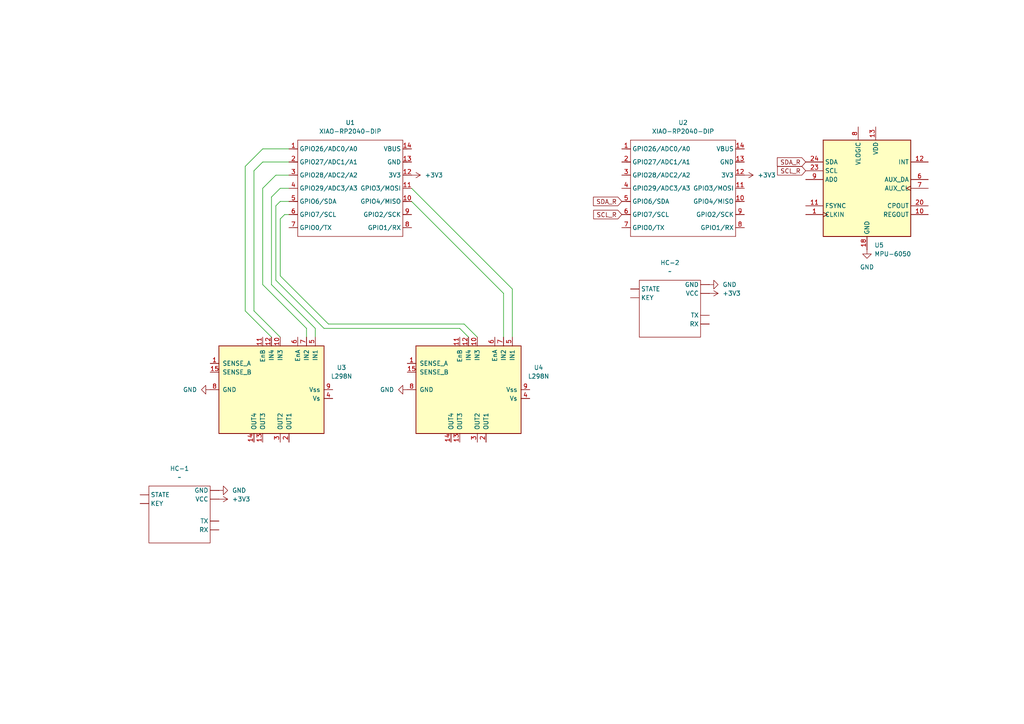
<source format=kicad_sch>
(kicad_sch (version 20250114) (generator "eeschema") (generator_version "9.0")
  (paper "A4")
  (lib_symbols
    (symbol "Driver_Motor:L298N" (pin_names (offset 1.016))
      (property "Reference" "U" (at -10.16 16.51 0))
      (property "Value" "L298N" (at 12.7 16.51 0))
      (symbol "L298N_0_1"
        (rectangle (start -12.7 15.24) (end 12.7 -15.24) (stroke (width 0.254)) (fill (type background)))
      )
      (symbol "L298N_1_1"
        (pin input line (at -15.24 12.7 0) (length 2.54) (name "IN1") (number "5"))
        (pin input line (at -15.24 10.16 0) (length 2.54) (name "IN2") (number "7"))
        (pin input line (at -15.24 7.62 0) (length 2.54) (name "EnA") (number "6"))
        (pin input line (at -15.24 2.54 0) (length 2.54) (name "IN3") (number "10"))
        (pin input line (at -15.24 0 0) (length 2.54) (name "IN4") (number "12"))
        (pin input line (at -15.24 -2.54 0) (length 2.54) (name "EnB") (number "11"))
        (pin power_in line (at -7.62 -17.78 90) (length 2.54) (name "SENSE_A") (number "1"))
        (pin power_in line (at -5.08 -17.78 90) (length 2.54) (name "SENSE_B") (number "15"))
        (pin power_in line (at 0 17.78 270) (length 2.54) (name "Vss") (number "9"))
        (pin power_in line (at 0 -17.78 90) (length 2.54) (name "GND") (number "8"))
        (pin power_in line (at 2.54 17.78 270) (length 2.54) (name "Vs") (number "4"))
        (pin output line (at 15.24 5.08 180) (length 2.54) (name "OUT1") (number "2"))
        (pin output line (at 15.24 2.54 180) (length 2.54) (name "OUT2") (number "3"))
        (pin output line (at 15.24 -2.54 180) (length 2.54) (name "OUT3") (number "13"))
        (pin output line (at 15.24 -5.08 180) (length 2.54) (name "OUT4") (number "14"))
      )
    )
    (symbol "HC-05BLE_1"
      (property "Reference" "HC-05" (at 0 0 0))
      (symbol "HC-05BLE_1_0_1"
        (rectangle (start -8.89 7.62) (end 8.89 -8.89))
      )
      (symbol "HC-05BLE_1_1_1"
        (pin output line (at -11.43 5.08 0) (length 2.54) (name "STATE") (number ""))
        (pin input line (at -11.43 2.54 0) (length 2.54) (name "KEY") (number ""))
        (pin input line (at 11.43 6.35 180) (length 2.54) (name "GND") (number ""))
        (pin input line (at 11.43 3.81 180) (length 2.54) (name "VCC") (number ""))
        (pin output line (at 11.43 -2.54 180) (length 2.54) (name "TX") (number ""))
        (pin input line (at 11.43 -5.08 180) (length 2.54) (name "RX") (number ""))
      )
    )
    (symbol "Sensor_Motion:MPU-6050"
      (property "Reference" "U" (at -11.43 13.97 0))
      (property "Value" "MPU-6050" (at 7.62 -15.24 0))
      (symbol "MPU-6050_0_0"
        (text "" (at 12.7 -2.54 0) (effects (font (size 1.27 1.27))))
      )
      (symbol "MPU-6050_0_1"
        (rectangle (start -12.7 13.97) (end 12.7 -13.97) (stroke (width 0.254)) (fill (type background)))
      )
      (symbol "MPU-6050_1_1"
        (pin bidirectional line (at -17.78 7.62 0) (length 5.08) (name "SDA") (number "24"))
        (pin input line (at -17.78 5.08 0) (length 5.08) (name "SCL") (number "23"))
        (pin input line (at -17.78 2.54 0) (length 5.08) (name "AD0") (number "9"))
        (pin input line (at -17.78 -5.08 0) (length 5.08) (name "FSYNC") (number "11"))
        (pin input clock (at -17.78 -7.62 0) (length 5.08) (name "CLKIN") (number "1"))
        (pin no_connect line (at -12.7 12.7 0) (length 2.54) (hide yes) (name "NC") (number "2"))
        (pin no_connect line (at -12.7 10.16 0) (length 2.54) (hide yes) (name "NC") (number "3"))
        (pin no_connect line (at -12.7 0 0) (length 2.54) (hide yes) (name "NC") (number "4"))
        (pin no_connect line (at -12.7 -2.54 0) (length 2.54) (hide yes) (name "NC") (number "5"))
        (pin no_connect line (at -12.7 -10.16 0) (length 2.54) (hide yes) (name "NC") (number "14"))
        (pin power_in line (at -2.54 17.78 270) (length 3.81) (name "VLOGIC") (number "8"))
        (pin power_in line (at 0 -17.78 90) (length 3.81) (name "GND") (number "18"))
        (pin power_in line (at 2.54 17.78 270) (length 3.81) (name "VDD") (number "13"))
        (pin no_connect line (at 12.7 12.7 180) (length 2.54) (hide yes) (name "NC") (number "15"))
        (pin no_connect line (at 12.7 10.16 180) (length 2.54) (hide yes) (name "NC") (number "16"))
        (pin no_connect line (at 12.7 5.08 180) (length 2.54) (hide yes) (name "NC") (number "17"))
        (pin no_connect line (at 12.7 -2.54 180) (length 2.54) (hide yes) (name "RESV") (number "21"))
        (pin no_connect line (at 12.7 -10.16 180) (length 2.54) (hide yes) (name "RESV") (number "19"))
        (pin no_connect line (at 12.7 -12.7 180) (length 2.54) (hide yes) (name "RESV") (number "22"))
        (pin output line (at 17.78 7.62 180) (length 5.08) (name "INT") (number "12"))
        (pin bidirectional line (at 17.78 2.54 180) (length 5.08) (name "AUX_DA") (number "6"))
        (pin output clock (at 17.78 0 180) (length 5.08) (name "AUX_CL") (number "7"))
        (pin passive line (at 17.78 -5.08 180) (length 5.08) (name "CPOUT") (number "20"))
        (pin passive line (at 17.78 -7.62 180) (length 5.08) (name "REGOUT") (number "10"))
      )
    )
    (symbol "hc05:HC-05BLE"
      (property "Reference" "HC-05" (at 0 0 0))
      (symbol "HC-05BLE_0_1"
        (rectangle (start -8.89 7.62) (end 8.89 -8.89))
      )
      (symbol "HC-05BLE_1_1"
        (pin output line (at -11.43 5.08 0) (length 2.54) (name "STATE") (number ""))
        (pin input line (at -11.43 2.54 0) (length 2.54) (name "KEY") (number ""))
        (pin input line (at 11.43 6.35 180) (length 2.54) (name "GND") (number ""))
        (pin input line (at 11.43 3.81 180) (length 2.54) (name "VCC") (number ""))
        (pin output line (at 11.43 -2.54 180) (length 2.54) (name "TX") (number ""))
        (pin input line (at 11.43 -5.08 180) (length 2.54) (name "RX") (number ""))
      )
    )
    (symbol "power:+3V3" (power) (pin_numbers (hide yes)) (pin_names (offset 0) (hide yes))
      (property "Value" "+3V3" (at 0 3.556 0))
      (symbol "+3V3_0_1"
        (polyline (pts (xy -0.762 1.27) (xy 0 2.54)))
        (polyline (pts (xy 0 2.54) (xy 0.762 1.27)))
        (polyline (pts (xy 0 0) (xy 0 2.54)))
      )
      (symbol "+3V3_1_1"
        (pin power_in line (at 0 0 90) (length 0) (name "~") (number "1"))
      )
    )
    (symbol "power:GND" (power) (pin_numbers (hide yes)) (pin_names (offset 0) (hide yes))
      (property "Value" "GND" (at 0 -3.81 0))
      (symbol "GND_0_1"
        (polyline (pts (xy 0 0) (xy 0 -1.27) (xy 1.27 -1.27) (xy 0 -2.54) (xy -1.27 -1.27) (xy 0 -1.27)))
      )
      (symbol "GND_1_1"
        (pin power_in line (at 0 0 270) (length 0) (name "~") (number "1"))
      )
    )
    (symbol "xiao:XIAO-RP2040-DIP"
      (property "Reference" "U" (at 0 0 0))
      (property "Value" "XIAO-RP2040-DIP" (at 5.334 -1.778 0))
      (symbol "XIAO-RP2040-DIP_1_0"
        (polyline (pts (xy -1.27 -2.54) (xy 29.21 -2.54)) (stroke (width 0.1524)))
        (polyline (pts (xy -1.27 -5.08) (xy -2.54 -5.08)) (stroke (width 0.1524)))
        (polyline (pts (xy -1.27 -5.08) (xy -1.27 -2.54)) (stroke (width 0.1524)))
        (polyline (pts (xy -1.27 -8.89) (xy -2.54 -8.89)) (stroke (width 0.1524)))
        (polyline (pts (xy -1.27 -8.89) (xy -1.27 -5.08)) (stroke (width 0.1524)))
        (polyline (pts (xy -1.27 -12.7) (xy -2.54 -12.7)) (stroke (width 0.1524)))
        (polyline (pts (xy -1.27 -12.7) (xy -1.27 -8.89)) (stroke (width 0.1524)))
        (polyline (pts (xy -1.27 -16.51) (xy -2.54 -16.51)) (stroke (width 0.1524)))
        (polyline (pts (xy -1.27 -16.51) (xy -1.27 -12.7)) (stroke (width 0.1524)))
        (polyline (pts (xy -1.27 -20.32) (xy -2.54 -20.32)) (stroke (width 0.1524)))
        (polyline (pts (xy -1.27 -24.13) (xy -2.54 -24.13)) (stroke (width 0.1524)))
        (polyline (pts (xy -1.27 -27.94) (xy -2.54 -27.94)) (stroke (width 0.1524)))
        (polyline (pts (xy -1.27 -30.48) (xy -1.27 -16.51)) (stroke (width 0.1524)))
        (polyline (pts (xy 29.21 -2.54) (xy 29.21 -5.08)) (stroke (width 0.1524)))
        (polyline (pts (xy 29.21 -5.08) (xy 29.21 -8.89)) (stroke (width 0.1524)))
        (polyline (pts (xy 29.21 -8.89) (xy 29.21 -12.7)) (stroke (width 0.1524)))
        (polyline (pts (xy 29.21 -12.7) (xy 29.21 -30.48)) (stroke (width 0.1524)))
        (polyline (pts (xy 29.21 -30.48) (xy -1.27 -30.48)) (stroke (width 0.1524)))
        (polyline (pts (xy 30.48 -5.08) (xy 29.21 -5.08)) (stroke (width 0.1524)))
        (polyline (pts (xy 30.48 -8.89) (xy 29.21 -8.89)) (stroke (width 0.1524)))
        (polyline (pts (xy 30.48 -12.7) (xy 29.21 -12.7)) (stroke (width 0.1524)))
        (polyline (pts (xy 30.48 -16.51) (xy 29.21 -16.51)) (stroke (width 0.1524)))
        (polyline (pts (xy 30.48 -20.32) (xy 29.21 -20.32)) (stroke (width 0.1524)))
        (polyline (pts (xy 30.48 -24.13) (xy 29.21 -24.13)) (stroke (width 0.1524)))
        (polyline (pts (xy 30.48 -27.94) (xy 29.21 -27.94)) (stroke (width 0.1524)))
        (pin passive line (at -3.81 -5.08 0) (length 2.54) (name "GPIO26/ADC0/A0") (number "1"))
        (pin passive line (at -3.81 -8.89 0) (length 2.54) (name "GPIO27/ADC1/A1") (number "2"))
        (pin passive line (at -3.81 -12.7 0) (length 2.54) (name "GPIO28/ADC2/A2") (number "3"))
        (pin passive line (at -3.81 -16.51 0) (length 2.54) (name "GPIO29/ADC3/A3") (number "4"))
        (pin passive line (at -3.81 -20.32 0) (length 2.54) (name "GPIO6/SDA") (number "5"))
        (pin passive line (at -3.81 -24.13 0) (length 2.54) (name "GPIO7/SCL") (number "6"))
        (pin passive line (at -3.81 -27.94 0) (length 2.54) (name "GPIO0/TX") (number "7"))
        (pin passive line (at 31.75 -5.08 180) (length 2.54) (name "VBUS") (number "14"))
        (pin passive line (at 31.75 -8.89 180) (length 2.54) (name "GND") (number "13"))
        (pin passive line (at 31.75 -12.7 180) (length 2.54) (name "3V3") (number "12"))
        (pin passive line (at 31.75 -16.51 180) (length 2.54) (name "GPIO3/MOSI") (number "11"))
        (pin passive line (at 31.75 -20.32 180) (length 2.54) (name "GPIO4/MISO") (number "10"))
        (pin passive line (at 31.75 -24.13 180) (length 2.54) (name "GPIO2/SCK") (number "9"))
        (pin passive line (at 31.75 -27.94 180) (length 2.54) (name "GPIO1/RX") (number "8"))
      )
    )
  )
  (wire (pts (xy 83.82 58.42) (xy 81.28 58.42)))
  (wire (pts (xy 81.28 54.61) (xy 83.82 54.61)))
  (wire (pts (xy 76.2 46.99) (xy 83.82 46.99)))
  (wire (pts (xy 78.74 57.15) (xy 81.28 54.61)))
  (wire (pts (xy 81.28 80.01) (xy 95.25 93.98)))
  (wire (pts (xy 119.38 54.61) (xy 148.59 83.82)))
  (wire (pts (xy 95.25 93.98) (xy 134.62 93.98)))
  (wire (pts (xy 71.12 90.17) (xy 78.74 97.79)))
  (wire (pts (xy 83.82 62.23) (xy 82.55 62.23)))
  (wire (pts (xy 76.2 54.61) (xy 80.01 50.8)))
  (wire (pts (xy 119.38 58.42) (xy 146.05 85.09)))
  (wire (pts (xy 93.98 95.25) (xy 133.35 95.25)))
  (wire (pts (xy 71.12 48.26) (xy 71.12 90.17)))
  (wire (pts (xy 80.01 50.8) (xy 83.82 50.8)))
  (wire (pts (xy 80.01 81.28) (xy 93.98 95.25)))
  (wire (pts (xy 91.44 97.79) (xy 91.44 95.25)))
  (wire (pts (xy 81.28 58.42) (xy 80.01 59.69)))
  (wire (pts (xy 73.66 49.53) (xy 76.2 46.99)))
  (wire (pts (xy 78.74 82.55) (xy 91.44 95.25)))
  (wire (pts (xy 83.82 43.18) (xy 76.2 43.18)))
  (wire (pts (xy 78.74 82.55) (xy 78.74 57.15)))
  (wire (pts (xy 73.66 90.17) (xy 73.66 49.53)))
  (wire (pts (xy 146.05 85.09) (xy 146.05 97.79)))
  (wire (pts (xy 133.35 95.25) (xy 135.89 97.79)))
  (wire (pts (xy 88.9 97.79) (xy 88.9 95.25)))
  (wire (pts (xy 148.59 83.82) (xy 148.59 97.79)))
  (wire (pts (xy 76.2 82.55) (xy 76.2 54.61)))
  (wire (pts (xy 80.01 59.69) (xy 80.01 81.28)))
  (wire (pts (xy 81.28 97.79) (xy 73.66 90.17)))
  (wire (pts (xy 76.2 82.55) (xy 88.9 95.25)))
  (wire (pts (xy 134.62 93.98) (xy 138.43 97.79)))
  (wire (pts (xy 81.28 63.5) (xy 81.28 80.01)))
  (wire (pts (xy 76.2 43.18) (xy 71.12 48.26)))
  (wire (pts (xy 82.55 62.23) (xy 81.28 63.5)))
  (global_label "SCL_R" (shape input) (at 180.34 62.23 180) (property "Intersheetrefs" "${INTERSHEET_REFS}" (effects (hide yes))))
  (global_label "SDA_R" (shape input) (at 180.34 58.42 180) (property "Intersheetrefs" "${INTERSHEET_REFS}" (effects (hide yes))))
  (global_label "SDA_R" (shape input) (at 233.68 46.99 180) (property "Intersheetrefs" "${INTERSHEET_REFS}" (effects (hide yes))))
  (global_label "SCL_R" (shape input) (at 233.68 49.53 180) (property "Intersheetrefs" "${INTERSHEET_REFS}" (effects (hide yes))))
  (symbol (lib_id "power:+3V3") (at 63.5 144.78 270) (unit 1)
    (property "Reference" "#PWR08" (effects (hide yes)))
    (property "Value" "+3V3" (at 67.31 144.7799 90) (effects (justify left)))
    (property "Description" "Power symbol creates a global label with name \"+3V3\"" (effects (hide yes)))
  )
  (symbol (lib_id "xiao:XIAO-RP2040-DIP") (at 184.15 38.1 0) (unit 1)
    (property "Reference" "U2" (at 198.12 35.56 0))
    (property "Value" "XIAO-RP2040-DIP" (at 198.12 38.1 0))
    (property "Footprint" "Module:MOUDLE14P-XIAO-DIP-SMD" (effects (hide yes)))
  )
  (symbol (lib_id "Driver_Motor:L298N") (at 135.89 113.03 270) (unit 1)
    (property "Reference" "U4" (at 156.21 106.6098 90))
    (property "Value" "L298N" (at 156.21 109.1498 90))
    (property "Footprint" "Package_TO_SOT_THT:TO-220-15_P2.54x2.54mm_StaggerOdd_Lead4.58mm_Vertical" (effects (hide yes)))
    (property "Datasheet" "http://www.st.com/st-web-ui/static/active/en/resource/technical/document/datasheet/CD00000240.pdf" (effects (hide yes)))
    (property "Description" "Dual full bridge motor driver, up to 46V, 4A, Multiwatt15-V" (effects (hide yes)))
  )
  (symbol (lib_id "power:GND") (at 118.11 113.03 270) (unit 1)
    (property "Reference" "#PWR04" (effects (hide yes)))
    (property "Value" "GND" (at 114.3 113.0299 90) (effects (justify right)))
    (property "Description" "Power symbol creates a global label with name \"GND\" , ground" (effects (hide yes)))
  )
  (symbol (lib_id "power:+3V3") (at 215.9 50.8 270) (unit 1)
    (property "Reference" "#PWR05" (effects (hide yes)))
    (property "Value" "+3V3" (at 219.71 50.7999 90) (effects (justify left)))
    (property "Description" "Power symbol creates a global label with name \"+3V3\"" (effects (hide yes)))
  )
  (symbol (lib_id "power:GND") (at 60.96 113.03 270) (unit 1)
    (property "Reference" "#PWR03" (effects (hide yes)))
    (property "Value" "GND" (at 57.15 113.0299 90) (effects (justify right)))
    (property "Description" "Power symbol creates a global label with name \"GND\" , ground" (effects (hide yes)))
  )
  (symbol (lib_id "Driver_Motor:L298N") (at 78.74 113.03 270) (unit 1)
    (property "Reference" "U3" (at 99.06 106.6098 90))
    (property "Value" "L298N" (at 99.06 109.1498 90))
    (property "Footprint" "Package_TO_SOT_THT:TO-220-15_P2.54x2.54mm_StaggerOdd_Lead4.58mm_Vertical" (effects (hide yes)))
    (property "Datasheet" "http://www.st.com/st-web-ui/static/active/en/resource/technical/document/datasheet/CD00000240.pdf" (effects (hide yes)))
    (property "Description" "Dual full bridge motor driver, up to 46V, 4A, Multiwatt15-V" (effects (hide yes)))
  )
  (symbol (lib_id "power:GND") (at 63.5 142.24 90) (unit 1)
    (property "Reference" "#PWR09" (effects (hide yes)))
    (property "Value" "GND" (at 67.31 142.2399 90) (effects (justify right)))
    (property "Description" "Power symbol creates a global label with name \"GND\" , ground" (effects (hide yes)))
  )
  (symbol (lib_id "power:+3V3") (at 205.74 85.09 270) (unit 1)
    (property "Reference" "#PWR06" (effects (hide yes)))
    (property "Value" "+3V3" (at 209.55 85.0899 90) (effects (justify left)))
    (property "Description" "Power symbol creates a global label with name \"+3V3\"" (effects (hide yes)))
  )
  (symbol (lib_id "power:+3V3") (at 119.38 50.8 270) (unit 1)
    (property "Reference" "#PWR07" (effects (hide yes)))
    (property "Value" "+3V3" (at 123.19 50.7999 90) (effects (justify left)))
    (property "Description" "Power symbol creates a global label with name \"+3V3\"" (effects (hide yes)))
  )
  (symbol (lib_id "xiao:XIAO-RP2040-DIP") (at 87.63 38.1 0) (unit 1)
    (property "Reference" "U1" (at 101.6 35.56 0))
    (property "Value" "XIAO-RP2040-DIP" (at 101.6 38.1 0))
    (property "Footprint" "Module:MOUDLE14P-XIAO-DIP-SMD" (effects (hide yes)))
  )
  (symbol (lib_name "HC-05BLE_1") (lib_id "hc05:HC-05BLE") (at 194.31 88.9 0) (unit 1)
    (property "Reference" "HC-2" (at 194.31 76.2 0))
    (property "Value" "~" (at 194.31 78.74 0))
  )
  (symbol (lib_id "power:GND") (at 205.74 82.55 90) (unit 1)
    (property "Reference" "#PWR02" (effects (hide yes)))
    (property "Value" "GND" (at 209.55 82.5499 90) (effects (justify right)))
    (property "Description" "Power symbol creates a global label with name \"GND\" , ground" (effects (hide yes)))
  )
  (symbol (lib_id "hc05:HC-05BLE") (at 52.07 148.59 0) (unit 1)
    (property "Reference" "HC-1" (at 52.07 135.89 0))
    (property "Value" "~" (at 52.07 138.43 0))
  )
  (symbol (lib_id "Sensor_Motion:MPU-6050") (at 251.46 54.61 0) (unit 1)
    (property "Reference" "U5" (at 253.6033 71.12 0) (effects (justify left)))
    (property "Value" "MPU-6050" (at 253.6033 73.66 0) (effects (justify left)))
    (property "Footprint" "Sensor_Motion:InvenSense_QFN-24_4x4mm_P0.5mm" (effects (hide yes)))
    (property "Datasheet" "https://invensense.tdk.com/wp-content/uploads/2015/02/MPU-6000-Datasheet1.pdf" (effects (hide yes)))
    (property "Description" "InvenSense 6-Axis Motion Sensor, Gyroscope, Accelerometer, I2C" (effects (hide yes)))
  )
  (symbol (lib_id "power:GND") (at 251.46 72.39 0) (unit 1)
    (property "Reference" "#PWR01" (effects (hide yes)))
    (property "Value" "GND" (at 251.46 77.47 0))
    (property "Description" "Power symbol creates a global label with name \"GND\" , ground" (effects (hide yes)))
  )
)
</source>
